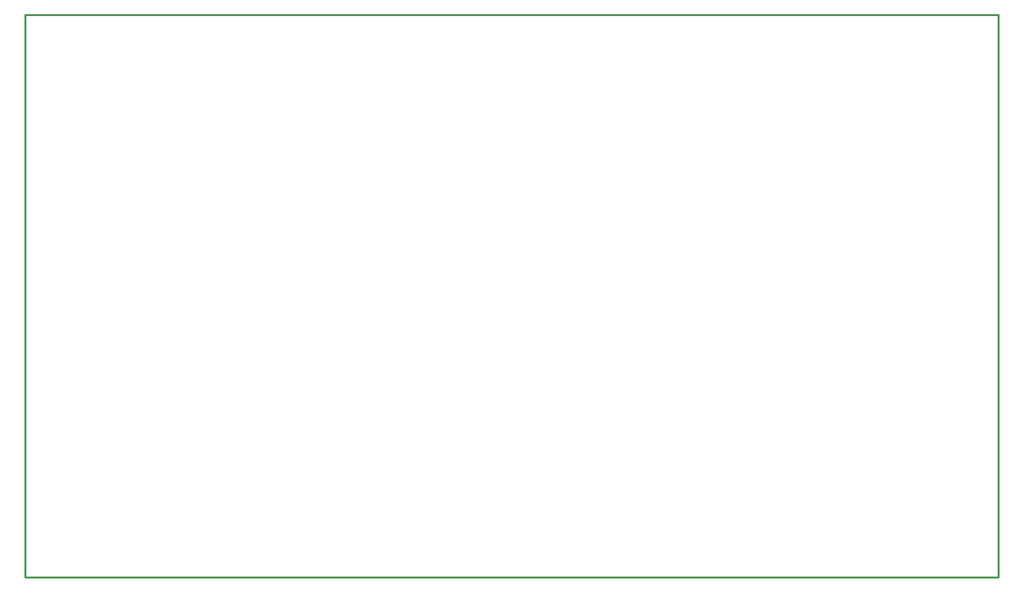
<source format=gko>
G04*
G04 #@! TF.GenerationSoftware,Altium Limited,Altium Designer,25.3.3 (18)*
G04*
G04 Layer_Color=16711935*
%FSLAX44Y44*%
%MOMM*%
G71*
G04*
G04 #@! TF.SameCoordinates,6D202E75-467B-4672-BE30-C010D47AD25D*
G04*
G04*
G04 #@! TF.FilePolarity,Positive*
G04*
G01*
G75*
%ADD13C,0.2540*%
D13*
X-461Y464D02*
X1280461D01*
X-461Y740620D02*
X1280461D01*
Y464D02*
Y740620D01*
X-461Y464D02*
Y740620D01*
M02*

</source>
